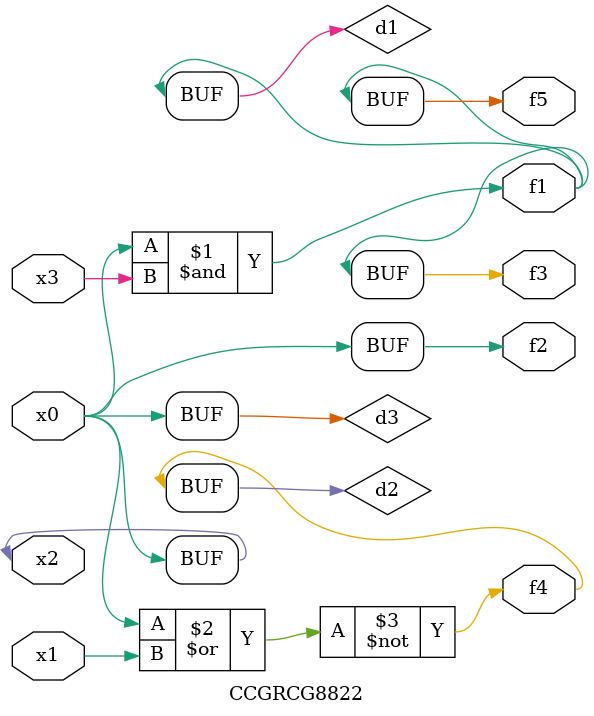
<source format=v>
module CCGRCG8822(
	input x0, x1, x2, x3,
	output f1, f2, f3, f4, f5
);

	wire d1, d2, d3;

	and (d1, x2, x3);
	nor (d2, x0, x1);
	buf (d3, x0, x2);
	assign f1 = d1;
	assign f2 = d3;
	assign f3 = d1;
	assign f4 = d2;
	assign f5 = d1;
endmodule

</source>
